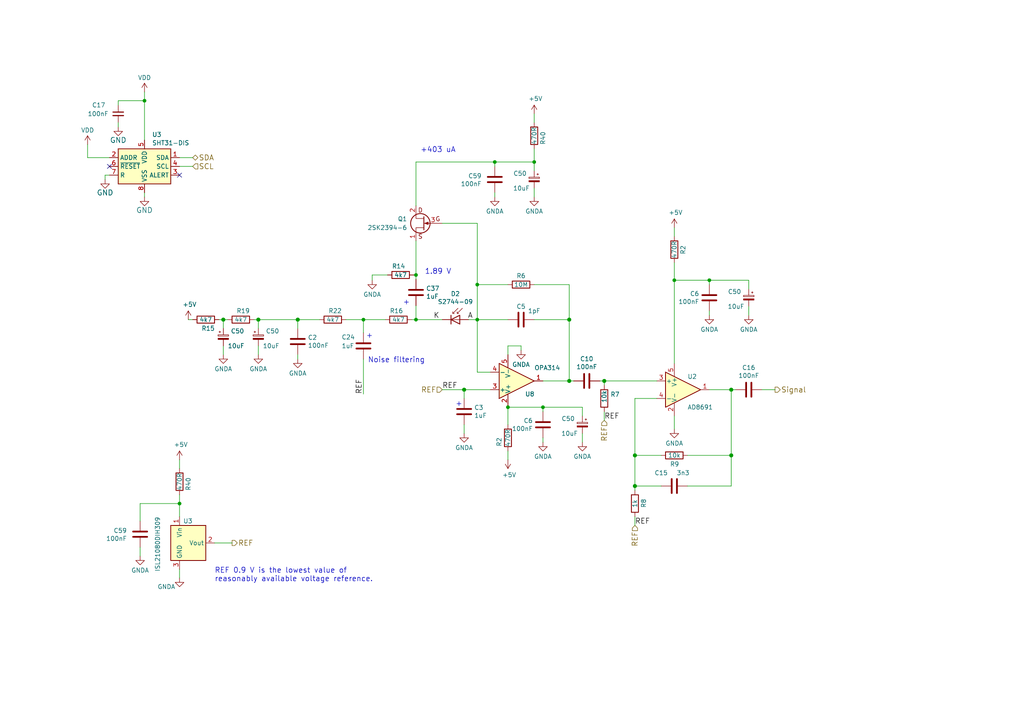
<source format=kicad_sch>
(kicad_sch (version 20230121) (generator eeschema)
  (paper "A4")
  (title_block (title "AIRDOS04A base board") (date "2023-10-23") (company "Jakub Kákona <info@ust.cz>") (comment 2 "Airborne semiconductor\\nionizing radiation detector"))
  (lib_symbols
    (symbol "Amplifier_Operational:MCP6001R" (pin_names (offset 0.127))
      (property "Reference" "U" (at 0 5.08 0))
      (property "Value" "MCP6001R" (at 0 -5.08 0))
      (symbol "MCP6001R_0_1"
        (polyline (pts (xy -5.08 5.08) (xy 5.08 0) (xy -5.08 -5.08) (xy -5.08 5.08)) (stroke (width 0.254)) (fill (type background)))
        (pin power_in line (at -2.54 7.62 270) (length 3.81) (name "V+") (number "2"))
        (pin power_in line (at -2.54 -7.62 90) (length 3.81) (name "V-") (number "5"))
      )
      (symbol "MCP6001R_1_1"
        (pin output line (at 7.62 0 180) (length 2.54) (name "~") (number "1"))
        (pin input line (at -7.62 2.54 0) (length 2.54) (name "+") (number "3"))
        (pin input line (at -7.62 -2.54 0) (length 2.54) (name "-") (number "4"))
      )
    )
    (symbol "Device:C" (pin_numbers hide) (pin_names (offset 0.254))
      (property "Reference" "C" (at 0.635 2.54 0))
      (property "Value" "C" (at 0.635 -2.54 0))
      (symbol "C_0_1"
        (polyline (pts (xy -2.032 -0.762) (xy 2.032 -0.762)) (stroke (width 0.508)))
        (polyline (pts (xy -2.032 0.762) (xy 2.032 0.762)) (stroke (width 0.508)))
      )
      (symbol "C_1_1"
        (pin passive line (at 0 3.81 270) (length 2.794) (name "~") (number "1"))
        (pin passive line (at 0 -3.81 90) (length 2.794) (name "~") (number "2"))
      )
    )
    (symbol "Device:C_Polarized_Small" (pin_numbers hide) (pin_names (offset 0.254) hide)
      (property "Reference" "C" (at 0.254 1.778 0))
      (property "Value" "C_Polarized_Small" (at 0.254 -2.032 0))
      (symbol "C_Polarized_Small_0_1"
        (rectangle (start -1.524 -0.3048) (end 1.524 -0.6858) (fill (type outline)))
        (rectangle (start -1.524 0.6858) (end 1.524 0.3048))
        (polyline (pts (xy -1.27 1.524) (xy -0.762 1.524)))
        (polyline (pts (xy -1.016 1.27) (xy -1.016 1.778)))
      )
      (symbol "C_Polarized_Small_1_1"
        (pin passive line (at 0 2.54 270) (length 1.8542) (name "~") (number "1"))
        (pin passive line (at 0 -2.54 90) (length 1.8542) (name "~") (number "2"))
      )
    )
    (symbol "Device:C_Small" (pin_numbers hide) (pin_names (offset 0.254) hide)
      (property "Reference" "C" (at 0.254 1.778 0))
      (property "Value" "C_Small" (at 0.254 -2.032 0))
      (symbol "C_Small_0_1"
        (polyline (pts (xy -1.524 -0.508) (xy 1.524 -0.508)) (stroke (width 0.3302)))
        (polyline (pts (xy -1.524 0.508) (xy 1.524 0.508)) (stroke (width 0.3048)))
      )
      (symbol "C_Small_1_1"
        (pin passive line (at 0 2.54 270) (length 2.032) (name "~") (number "1"))
        (pin passive line (at 0 -2.54 90) (length 2.032) (name "~") (number "2"))
      )
    )
    (symbol "Device:D_Photo" (pin_numbers hide) (pin_names hide)
      (property "Reference" "D" (at 0.508 1.778 0))
      (property "Value" "D_Photo" (at -1.016 -2.794 0))
      (symbol "D_Photo_0_1"
        (polyline (pts (xy -2.54 1.27) (xy -2.54 -1.27)) (stroke (width 0.254)))
        (polyline (pts (xy -2.032 1.778) (xy -1.524 1.778)))
        (polyline (pts (xy 0 0) (xy -2.54 0)))
        (polyline (pts (xy -0.508 3.302) (xy -2.032 1.778) (xy -2.032 2.286)))
        (polyline (pts (xy 0 -1.27) (xy 0 1.27) (xy -2.54 0) (xy 0 -1.27)) (stroke (width 0.254)))
        (polyline (pts (xy 0.762 3.302) (xy -0.762 1.778) (xy -0.762 2.286) (xy -0.762 1.778) (xy -0.254 1.778)))
      )
      (symbol "D_Photo_1_1"
        (pin passive line (at -5.08 0 0) (length 2.54) (name "K") (number "1"))
        (pin passive line (at 2.54 0 180) (length 2.54) (name "A") (number "2"))
      )
    )
    (symbol "Device:R" (pin_numbers hide) (pin_names (offset 0))
      (property "Reference" "R" (at 2.032 0 90))
      (property "Value" "R" (at 0 0 90))
      (symbol "R_0_1"
        (rectangle (start -1.016 -2.54) (end 1.016 2.54) (stroke (width 0.254)))
      )
      (symbol "R_1_1"
        (pin passive line (at 0 3.81 270) (length 1.27) (name "~") (number "1"))
        (pin passive line (at 0 -3.81 90) (length 1.27) (name "~") (number "2"))
      )
    )
    (symbol "MLAB_IO:AD8691" (pin_names (offset 0.127))
      (property "Reference" "U" (at 0 5.08 0))
      (property "Value" "AD8691" (at 0 -5.08 0))
      (symbol "AD8691_0_1"
        (polyline (pts (xy -5.08 5.08) (xy 5.08 0) (xy -5.08 -5.08) (xy -5.08 5.08)) (stroke (width 0.254)) (fill (type background)))
        (pin power_in line (at -2.54 -7.62 90) (length 3.81) (name "V-") (number "2"))
        (pin power_in line (at -2.54 7.62 270) (length 3.81) (name "V+") (number "5"))
      )
      (symbol "AD8691_1_1"
        (pin output line (at 7.62 0 180) (length 2.54) (name "~") (number "1"))
        (pin input line (at -7.62 2.54 0) (length 2.54) (name "+") (number "3"))
        (pin input line (at -7.62 -2.54 0) (length 2.54) (name "-") (number "4"))
      )
    )
    (symbol "MLAB_T:Q_NJFET_SDG" (pin_names (offset 0) hide)
      (property "Reference" "Q?" (at 5.08 1.2701 0))
      (property "Value" "Q_NJFET_SDG" (at 5.08 -1.2699 0))
      (symbol "Q_NJFET_SDG_0_0"
        (text "D" (at 1.27 3.81 0) (effects (font (size 1.27 1.27))))
        (text "G" (at -3.81 1.27 0) (effects (font (size 1.27 1.27))))
        (text "S" (at 1.27 -3.81 0) (effects (font (size 1.27 1.27))))
      )
      (symbol "Q_NJFET_SDG_0_1"
        (polyline (pts (xy 0.254 1.905) (xy 0.254 -1.905) (xy 0.254 -1.905)) (stroke (width 0.254)))
        (polyline (pts (xy 2.54 -2.54) (xy 2.54 -1.27) (xy 0.254 -1.27)))
        (polyline (pts (xy 2.54 2.54) (xy 2.54 1.397) (xy 0.254 1.397)))
        (polyline (pts (xy 0 0) (xy -1.016 0.381) (xy -1.016 -0.381) (xy 0 0)) (fill (type outline)))
        (circle (center 1.27 0) (radius 2.8194) (stroke (width 0.254)))
      )
      (symbol "Q_NJFET_SDG_1_1"
        (pin passive line (at 2.54 -5.08 90) (length 2.54) (name "S") (number "1"))
        (pin passive line (at 2.54 5.08 270) (length 2.54) (name "D") (number "2"))
        (pin input line (at -5.08 0 0) (length 5.334) (name "G") (number "3"))
      )
    )
    (symbol "Reference_Voltage:ISL21070CIH320Z-TK"
      (property "Reference" "U" (at -0.635 8.255 0))
      (property "Value" "ISL21070CIH320Z-TK" (at -1.905 6.35 0))
      (symbol "ISL21070CIH320Z-TK_0_1"
        (rectangle (start -5.08 5.08) (end 5.08 -5.08) (stroke (width 0.254)) (fill (type background)))
      )
      (symbol "ISL21070CIH320Z-TK_1_1"
        (pin power_in line (at -2.54 7.62 270) (length 2.54) (name "Vin") (number "1"))
        (pin power_out line (at 7.62 0 180) (length 2.54) (name "Vout") (number "2"))
        (pin power_in line (at -2.54 -7.62 90) (length 2.54) (name "GND") (number "3"))
      )
    )
    (symbol "Sensor_Humidity:SHT31-DIS"
      (property "Reference" "U" (at -6.35 6.35 0))
      (property "Value" "SHT31-DIS" (at 6.35 6.35 0))
      (symbol "SHT31-DIS_0_1"
        (rectangle (start -7.62 5.08) (end 7.62 -5.08) (stroke (width 0.254)) (fill (type background)))
      )
      (symbol "SHT31-DIS_1_1"
        (pin bidirectional line (at 10.16 2.54 180) (length 2.54) (name "SDA") (number "1"))
        (pin input line (at -10.16 2.54 0) (length 2.54) (name "ADDR") (number "2"))
        (pin output line (at 10.16 -2.54 180) (length 2.54) (name "ALERT") (number "3"))
        (pin input line (at 10.16 0 180) (length 2.54) (name "SCL") (number "4"))
        (pin power_in line (at 0 7.62 270) (length 2.54) (name "VDD") (number "5"))
        (pin input line (at -10.16 0 0) (length 2.54) (name "~{RESET}") (number "6"))
        (pin passive line (at -10.16 -2.54 0) (length 2.54) (name "R") (number "7"))
        (pin power_in line (at 0 -7.62 90) (length 2.54) (name "VSS") (number "8"))
        (pin passive line (at 0 -7.62 90) (length 2.54) hide (name "VSS") (number "9"))
      )
    )
    (symbol "power:+5V" (power) (pin_names (offset 0))
      (property "Value" "+5V" (at 0 3.556 0))
      (symbol "+5V_0_1"
        (polyline (pts (xy -0.762 1.27) (xy 0 2.54)))
        (polyline (pts (xy 0 0) (xy 0 2.54)))
        (polyline (pts (xy 0 2.54) (xy 0.762 1.27)))
      )
      (symbol "+5V_1_1"
        (pin power_in line (at 0 0 90) (length 0) hide (name "+5V") (number "1"))
      )
    )
    (symbol "power:GND" (power) (pin_names (offset 0))
      (property "Value" "GND" (at 0 -3.81 0))
      (symbol "GND_0_1"
        (polyline (pts (xy 0 0) (xy 0 -1.27) (xy 1.27 -1.27) (xy 0 -2.54) (xy -1.27 -1.27) (xy 0 -1.27)))
      )
      (symbol "GND_1_1"
        (pin power_in line (at 0 0 270) (length 0) hide (name "GND") (number "1"))
      )
    )
    (symbol "power:GNDA" (power) (pin_names (offset 0))
      (property "Value" "GNDA" (at 0 -3.81 0))
      (symbol "GNDA_0_1"
        (polyline (pts (xy 0 0) (xy 0 -1.27) (xy 1.27 -1.27) (xy 0 -2.54) (xy -1.27 -1.27) (xy 0 -1.27)))
      )
      (symbol "GNDA_1_1"
        (pin power_in line (at 0 0 270) (length 0) hide (name "GNDA") (number "1"))
      )
    )
    (symbol "power:VDD" (power) (pin_names (offset 0))
      (property "Value" "VDD" (at 0 3.81 0))
      (symbol "VDD_0_1"
        (polyline (pts (xy -0.762 1.27) (xy 0 2.54)))
        (polyline (pts (xy 0 0) (xy 0 2.54)))
        (polyline (pts (xy 0 2.54) (xy 0.762 1.27)))
      )
      (symbol "VDD_1_1"
        (pin power_in line (at 0 0 90) (length 0) hide (name "VDD") (number "1"))
      )
    )
  )
  (junction (at 154.94 46.99))
  (junction (at 64.77 92.71) (diameter 1.016))
  (junction (at 74.93 92.71) (diameter 1.016))
  (junction (at 134.62 113.03) (diameter 1.016))
  (junction (at 138.43 92.71))
  (junction (at 212.09 113.03) (diameter 1.016))
  (junction (at 157.48 118.11))
  (junction (at 120.65 79.756))
  (junction (at 165.1 110.49) (diameter 1.016))
  (junction (at 105.41 92.71))
  (junction (at 143.51 46.99))
  (junction (at 212.09 132.08) (diameter 1.016))
  (junction (at 147.32 118.11))
  (junction (at 184.15 132.08) (diameter 1.016))
  (junction (at 205.74 81.28))
  (junction (at 138.43 82.55))
  (junction (at 120.65 92.71))
  (junction (at 86.36 92.71) (diameter 1.016))
  (junction (at 52.07 146.05))
  (junction (at 175.26 110.49) (diameter 1.016))
  (junction (at 195.58 81.28))
  (junction (at 41.91 29.21))
  (junction (at 165.1 92.71) (diameter 1.016))
  (junction (at 184.15 140.97) (diameter 1.016))
  (no_connect (at 31.75 48.26))
  (no_connect (at 52.07 50.8))
  (wire (pts (xy 34.29 30.48) (xy 34.29 29.21)))
  (wire (pts (xy 138.43 82.55) (xy 138.43 92.71)))
  (wire (pts (xy 107.95 79.756) (xy 107.95 81.28)))
  (wire (pts (xy 154.94 43.18) (xy 154.94 46.99)))
  (wire (pts (xy 64.77 95.25) (xy 64.77 92.71)))
  (wire (pts (xy 86.36 104.14) (xy 86.36 102.87)))
  (wire (pts (xy 165.1 82.55) (xy 165.1 92.71)))
  (wire (pts (xy 220.98 113.03) (xy 224.79 113.03)))
  (wire (pts (xy 157.48 118.11) (xy 157.48 119.38)))
  (wire (pts (xy 119.38 92.71) (xy 120.65 92.71)))
  (wire (pts (xy 195.58 81.28) (xy 205.74 81.28)))
  (wire (pts (xy 154.94 82.55) (xy 165.1 82.55)))
  (wire (pts (xy 135.89 92.71) (xy 138.43 92.71)))
  (wire (pts (xy 128.27 64.77) (xy 138.43 64.77)))
  (wire (pts (xy 52.07 143.51) (xy 52.07 146.05)))
  (wire (pts (xy 212.09 140.97) (xy 212.09 132.08)))
  (wire (pts (xy 105.41 96.52) (xy 105.41 92.71)))
  (wire (pts (xy 191.77 132.08) (xy 184.15 132.08)))
  (wire (pts (xy 199.39 140.97) (xy 212.09 140.97)))
  (wire (pts (xy 128.27 113.03) (xy 134.62 113.03)))
  (wire (pts (xy 34.29 35.56) (xy 34.29 36.83)))
  (wire (pts (xy 134.62 115.57) (xy 134.62 113.03)))
  (wire (pts (xy 165.1 92.71) (xy 165.1 110.49)))
  (wire (pts (xy 184.15 132.08) (xy 184.15 140.97)))
  (wire (pts (xy 217.17 81.28) (xy 217.17 83.82)))
  (wire (pts (xy 168.91 125.73) (xy 168.91 128.27)))
  (wire (pts (xy 212.09 113.03) (xy 213.36 113.03)))
  (wire (pts (xy 86.36 92.71) (xy 92.71 92.71)))
  (wire (pts (xy 151.13 100.33) (xy 151.13 101.6)))
  (wire (pts (xy 138.43 92.71) (xy 147.32 92.71)))
  (wire (pts (xy 191.77 140.97) (xy 184.15 140.97)))
  (wire (pts (xy 184.15 140.97) (xy 184.15 142.24)))
  (wire (pts (xy 105.41 92.71) (xy 111.76 92.71)))
  (wire (pts (xy 217.17 88.9) (xy 217.17 91.44)))
  (wire (pts (xy 120.65 92.71) (xy 128.27 92.71)))
  (wire (pts (xy 184.15 115.57) (xy 190.5 115.57)))
  (wire (pts (xy 175.26 111.76) (xy 175.26 110.49)))
  (wire (pts (xy 154.94 92.71) (xy 165.1 92.71)))
  (wire (pts (xy 25.4 41.91) (xy 25.4 45.72)))
  (wire (pts (xy 107.95 79.756) (xy 112.395 79.756)))
  (wire (pts (xy 147.32 118.11) (xy 157.48 118.11)))
  (wire (pts (xy 62.23 157.48) (xy 67.31 157.48)))
  (wire (pts (xy 74.93 100.33) (xy 74.93 102.87)))
  (wire (pts (xy 74.93 92.71) (xy 86.36 92.71)))
  (wire (pts (xy 120.65 69.85) (xy 120.65 79.756)))
  (wire (pts (xy 175.26 119.38) (xy 175.26 121.92)))
  (wire (pts (xy 86.36 95.25) (xy 86.36 92.71)))
  (wire (pts (xy 143.51 57.15) (xy 143.51 55.88)))
  (wire (pts (xy 40.64 146.05) (xy 52.07 146.05)))
  (wire (pts (xy 41.91 55.88) (xy 41.91 57.15)))
  (wire (pts (xy 205.74 82.55) (xy 205.74 81.28)))
  (wire (pts (xy 147.32 82.55) (xy 138.43 82.55)))
  (wire (pts (xy 143.51 48.26) (xy 143.51 46.99)))
  (wire (pts (xy 74.93 95.25) (xy 74.93 92.71)))
  (wire (pts (xy 54.61 92.71) (xy 55.88 92.71)))
  (wire (pts (xy 120.65 79.756) (xy 120.65 81.026)))
  (wire (pts (xy 138.43 64.77) (xy 138.43 82.55)))
  (wire (pts (xy 147.32 123.19) (xy 147.32 118.11)))
  (wire (pts (xy 31.75 50.8) (xy 30.48 50.8)))
  (wire (pts (xy 134.62 125.73) (xy 134.62 123.19)))
  (wire (pts (xy 195.58 81.28) (xy 195.58 105.41)))
  (wire (pts (xy 157.48 110.49) (xy 165.1 110.49)))
  (wire (pts (xy 64.77 100.33) (xy 64.77 102.87)))
  (wire (pts (xy 52.07 45.72) (xy 55.88 45.72)))
  (wire (pts (xy 212.09 132.08) (xy 199.39 132.08)))
  (wire (pts (xy 205.74 91.44) (xy 205.74 90.17)))
  (wire (pts (xy 52.07 146.05) (xy 52.07 149.86)))
  (wire (pts (xy 120.015 79.756) (xy 120.65 79.756)))
  (wire (pts (xy 40.64 151.13) (xy 40.64 146.05)))
  (wire (pts (xy 195.58 66.04) (xy 195.58 68.58)))
  (wire (pts (xy 52.07 48.26) (xy 55.88 48.26)))
  (wire (pts (xy 100.33 92.71) (xy 105.41 92.71)))
  (wire (pts (xy 40.64 158.75) (xy 40.64 161.29)))
  (wire (pts (xy 195.58 120.65) (xy 195.58 124.46)))
  (wire (pts (xy 143.51 46.99) (xy 154.94 46.99)))
  (wire (pts (xy 154.94 33.02) (xy 154.94 35.56)))
  (wire (pts (xy 73.66 92.71) (xy 74.93 92.71)))
  (wire (pts (xy 168.91 118.11) (xy 168.91 120.65)))
  (wire (pts (xy 168.91 118.11) (xy 157.48 118.11)))
  (wire (pts (xy 157.48 128.27) (xy 157.48 127)))
  (wire (pts (xy 217.17 81.28) (xy 205.74 81.28)))
  (wire (pts (xy 147.32 100.33) (xy 151.13 100.33)))
  (wire (pts (xy 41.91 29.21) (xy 41.91 40.64)))
  (wire (pts (xy 147.32 133.35) (xy 147.32 130.81)))
  (wire (pts (xy 165.1 110.49) (xy 166.37 110.49)))
  (wire (pts (xy 120.65 46.99) (xy 143.51 46.99)))
  (wire (pts (xy 138.43 92.71) (xy 138.43 107.95)))
  (wire (pts (xy 205.74 113.03) (xy 212.09 113.03)))
  (wire (pts (xy 52.07 133.35) (xy 52.07 135.89)))
  (wire (pts (xy 154.94 46.99) (xy 154.94 49.53)))
  (wire (pts (xy 184.15 149.86) (xy 184.15 152.4)))
  (wire (pts (xy 154.94 54.61) (xy 154.94 57.15)))
  (wire (pts (xy 175.26 110.49) (xy 190.5 110.49)))
  (wire (pts (xy 34.29 29.21) (xy 41.91 29.21)))
  (wire (pts (xy 105.41 104.14) (xy 105.41 114.3)))
  (wire (pts (xy 25.4 45.72) (xy 31.75 45.72)))
  (wire (pts (xy 134.62 113.03) (xy 142.24 113.03)))
  (wire (pts (xy 184.15 115.57) (xy 184.15 132.08)))
  (wire (pts (xy 195.58 76.2) (xy 195.58 81.28)))
  (wire (pts (xy 173.99 110.49) (xy 175.26 110.49)))
  (wire (pts (xy 147.32 102.87) (xy 147.32 100.33)))
  (wire (pts (xy 41.91 26.67) (xy 41.91 29.21)))
  (wire (pts (xy 30.48 50.8) (xy 30.48 52.07)))
  (wire (pts (xy 138.43 107.95) (xy 142.24 107.95)))
  (wire (pts (xy 52.07 165.1) (xy 52.07 167.64)))
  (wire (pts (xy 120.65 88.646) (xy 120.65 92.71)))
  (wire (pts (xy 63.5 92.71) (xy 64.77 92.71)))
  (wire (pts (xy 64.77 92.71) (xy 66.04 92.71)))
  (wire (pts (xy 120.65 46.99) (xy 120.65 59.69)))
  (wire (pts (xy 212.09 113.03) (xy 212.09 132.08)))
  (text "1.89 V" (at 123.19 79.756 0) (effects (font (size 1.524 1.524)) (justify left bottom)))
  (text "Noise filtering" (at 106.68 105.41 0) (effects (font (size 1.524 1.524)) (justify left bottom)))
  (text "REF 0.9 V is the lowest value of\nreasonably available voltage reference." (at 62.23 168.91 0) (effects (font (size 1.524 1.524)) (justify left bottom)))
  (text "+403 uA" (at 121.92 44.45 0) (effects (font (size 1.524 1.524)) (justify left bottom)))
  (text "+" (at 132.08 118.11 0) (effects (font (size 1.524 1.524)) (justify left bottom)))
  (text "+" (at 116.84 88.646 0) (effects (font (size 1.524 1.524)) (justify left bottom)))
  (text "+" (at 107.95 96.52 90) (effects (font (size 1.524 1.524)) (justify right bottom)))
  (label "REF" (at 175.26 121.92 0) (effects (font (size 1.524 1.524))))
  (label "A" (at 137.16 92.71 180) (effects (font (size 1.524 1.524))))
  (label "REF" (at 128.27 113.03 0) (effects (font (size 1.524 1.524))))
  (label "REF" (at 105.41 114.3 90) (effects (font (size 1.524 1.524))))
  (label "K" (at 125.73 92.71 0) (effects (font (size 1.524 1.524))))
  (label "REF" (at 184.15 152.4 0) (effects (font (size 1.524 1.524))))
  (hierarchical_label "SCL" (shape input) (at 55.88 48.26 0) (effects (font (size 1.524 1.524))))
  (hierarchical_label "REF" (shape input) (at 175.26 121.92 270) (effects (font (size 1.524 1.524))))
  (hierarchical_label "REF" (shape input) (at 184.15 152.4 270) (effects (font (size 1.524 1.524))))
  (hierarchical_label "REF" (shape output) (at 67.31 157.48 0) (effects (font (size 1.524 1.524))))
  (hierarchical_label "SDA" (shape bidirectional) (at 55.88 45.72 0) (effects (font (size 1.524 1.524))))
  (hierarchical_label "REF" (shape input) (at 128.27 113.03 180) (effects (font (size 1.524 1.524))))
  (hierarchical_label "Signal" (shape output) (at 224.79 113.03 0) (effects (font (size 1.524 1.524))))
  (symbol (lib_id "power:+5V") (at 54.61 92.71 0) (unit 1)
    (property "Reference" "#PWR0103" (effects hide))
    (property "Value" "+5V" (at 54.991 88.3158 0))
    (instances (project "USTSIPIN02" (path "" (reference "#PWR0103") (unit 1))) (project "PIND02" (path "" (reference "#PWR07") (unit 1))) (project "AIRDOS04_sensor" (path "" (reference "#PWR044") (unit 1))))
  )
  (symbol (lib_id "MLAB_T:Q_NJFET_SDG") (at 123.19 64.77 0) (mirror y) (unit 1)
    (property "Reference" "Q1" (at 118.11 63.4998 0) (effects (justify left)))
    (property "Value" "2SK2394-6" (at 118.11 66.0398 0) (effects (justify left)))
    (property "Footprint" "Package_TO_SOT_SMD:SOT-23" (effects hide))
    (property "UST_ID" "628d134fdc56076e9a223625" (effects hide))
  )
  (symbol (lib_id "power:GNDA") (at 168.91 128.27 0) (unit 1)
    (property "Reference" "#PWR06" (effects hide))
    (property "Value" "GNDA" (at 168.91 132.4031 0))
    (instances (project "PIND02" (path "" (reference "#PWR06") (unit 1))) (project "AIRDOS04_sensor" (path "" (reference "#PWR052") (unit 1))))
  )
  (symbol (lib_id "Device:D_Photo") (at 133.35 92.71 0) (unit 1)
    (property "Reference" "D2" (at 132.08 85.217 0))
    (property "Value" "S2744-09" (at 132.08 87.5284 0))
    (property "Footprint" "Mlab_D:HAMAMATSU_S2744-09" (effects hide))
    (property "Datasheet" "https://www.hamamatsu.com/content/dam/hamamatsu-photonics/sites/documents/99_SALES_LIBRARY/ssd/s2744-08_etc_kpin1049e.pdf" (effects hide))
    (property "UST_ID" "628d118cdc56076e9a2235e4" (effects hide))
    (instances (project "USTSIPIN02" (path "" (reference "D2") (unit 1))) (project "PIND02" (path "" (reference "D2") (unit 1))) (project "AIRDOS04_sensor" (path "" (reference "D1") (unit 1))))
  )
  (symbol (lib_id "Device:R") (at 195.58 132.08 270) (unit 1)
    (property "Reference" "R9" (at 194.31 134.62 90) (effects (justify left)))
    (property "Value" "10k" (at 195.58 132.08 90))
    (property "Footprint" "Resistor_SMD:R_0805_2012Metric" (effects hide))
    (instances (project "USTSIPIN02" (path "" (reference "R9") (unit 1))) (project "PIND02" (path "" (reference "R10") (unit 1))) (project "AIRDOS04_sensor" (path "" (reference "R20") (unit 1))))
  )
  (symbol (lib_id "power:VDD") (at 25.4 41.91 0) (unit 1)
    (property "Reference" "#PWR021" (effects hide))
    (property "Value" "VDD" (at 25.4 37.7769 0))
    (instances (project "PIND02" (path "" (reference "#PWR021") (unit 1))) (project "AIRDOS04_sensor" (path "" (reference "#PWR035") (unit 1))))
  )
  (symbol (lib_id "Device:R") (at 59.69 92.71 270) (unit 1)
    (property "Reference" "R15" (at 58.42 95.25 90) (effects (justify left)))
    (property "Value" "4k7" (at 59.69 92.71 90))
    (property "Footprint" "Resistor_SMD:R_0805_2012Metric" (effects hide))
    (property "UST_ID" "5c70984612875079b91f8995" (effects hide))
    (instances (project "USTSIPIN02" (path "" (reference "R15") (unit 1))) (project "PIND02" (path "" (reference "R5") (unit 1))) (project "AIRDOS04_sensor" (path "" (reference "R14") (unit 1))))
  )
  (symbol (lib_id "Device:R") (at 116.205 79.756 270) (unit 1)
    (property "Reference" "R14" (at 113.665 77.216 90) (effects (justify left)))
    (property "Value" "4k7" (at 116.205 79.756 90))
    (property "Footprint" "Resistor_SMD:R_0805_2012Metric" (effects hide))
    (property "UST_ID" "5c70984612875079b91f8995" (effects hide))
    (instances (project "USTSIPIN02" (path "" (reference "R14") (unit 1))) (project "PIND02" (path "" (reference "R3") (unit 1))) (project "AIRDOS04_sensor" (path "" (reference "R12") (unit 1))))
  )
  (symbol (lib_id "power:GNDA") (at 205.74 91.44 0) (unit 1)
    (property "Reference" "#PWR05" (effects hide))
    (property "Value" "GNDA" (at 205.74 95.5731 0))
    (instances (project "PIND02" (path "" (reference "#PWR05") (unit 1))) (project "AIRDOS04_sensor" (path "" (reference "#PWR042") (unit 1))))
  )
  (symbol (lib_id "Device:C") (at 105.41 100.33 0) (unit 1)
    (property "Reference" "C24" (at 99.06 97.79 0) (effects (justify left)))
    (property "Value" "1uF" (at 99.06 100.33 0) (effects (justify left)))
    (property "Footprint" "Capacitor_SMD:C_1210_3225Metric" (effects hide))
    (property "UST_ID" "65082f52462c6d9e72054238" (effects hide))
    (instances (project "USTSIPIN02" (path "" (reference "C24") (unit 1))) (project "PIND02" (path "" (reference "C12") (unit 1))) (project "AIRDOS04_sensor" (path "" (reference "C29") (unit 1))))
  )
  (symbol (lib_id "Device:C_Polarized_Small") (at 168.91 123.19 0) (mirror y) (unit 1)
    (property "Reference" "C50" (at 166.751 121.4318 0) (effects (justify left)))
    (property "Value" "10uF" (at 167.64 125.73 0) (effects (justify left)))
    (property "Footprint" "Capacitor_Tantalum_SMD:CP_EIA-3216-18_Kemet-A" (effects hide))
    (property "Datasheet" "https://eu.mouser.com/datasheet/2/40/TAJ-3165264.pdf" (effects hide))
    (property "UST_ID" "65089dd0462c6d9e720542b3" (effects hide))
    (instances (project "USTSIPIN02" (path "" (reference "C50") (unit 1)) (path "" (reference "C53") (unit 1))) (project "PIND02" (path "" (reference "C7") (unit 1))) (project "AIRDOS04_sensor" (path "" (reference "C34") (unit 1))))
  )
  (symbol (lib_id "Device:R") (at 151.13 82.55 270) (unit 1)
    (property "Reference" "R6" (at 151.13 80.01 90))
    (property "Value" "10M" (at 151.13 82.55 90))
    (property "Footprint" "Resistor_SMD:R_0805_2012Metric" (effects hide))
    (property "UST_ID" "5c70984712875079b91f8aae" (effects hide))
    (instances (project "USTSIPIN02" (path "" (reference "R6") (unit 1))) (project "PIND02" (path "" (reference "R4") (unit 1))) (project "AIRDOS04_sensor" (path "" (reference "R13") (unit 1))))
  )
  (symbol (lib_id "Device:C") (at 40.64 154.94 0) (mirror y) (unit 1)
    (property "Reference" "C59" (at 36.83 153.8986 0) (effects (justify left)))
    (property "Value" "100nF" (at 36.83 156.21 0) (effects (justify left)))
    (property "Footprint" "Capacitor_SMD:C_0805_2012Metric" (effects hide))
    (property "UST_ID" "5c70984812875079b91f8bf2" (effects hide))
    (instances (project "USTSIPIN02" (path "" (reference "C59") (unit 1))) (project "PIND02" (path "" (reference "C18") (unit 1))) (project "AIRDOS04_sensor" (path "" (reference "C22") (unit 1)) (path "" (reference "C25") (unit 1)) (path "" (reference "C36") (unit 1))))
  )
  (symbol (lib_id "Device:C") (at 143.51 52.07 0) (mirror y) (unit 1)
    (property "Reference" "C59" (at 139.7 51.0286 0) (effects (justify left)))
    (property "Value" "100nF" (at 139.7 53.34 0) (effects (justify left)))
    (property "Footprint" "Capacitor_SMD:C_0805_2012Metric" (effects hide))
    (property "UST_ID" "6508260b462c6d9e720541f1" (effects hide))
    (instances (project "USTSIPIN02" (path "" (reference "C59") (unit 1))) (project "PIND02" (path "" (reference "C3") (unit 1))) (project "AIRDOS04_sensor" (path "" (reference "C20") (unit 1))))
  )
  (symbol (lib_id "Device:C") (at 217.17 113.03 270) (unit 1)
    (property "Reference" "C16" (at 217.17 106.6292 90))
    (property "Value" "100nF" (at 217.17 108.9406 90))
    (property "Footprint" "Capacitor_SMD:C_0805_2012Metric" (effects hide))
    (property "UST_ID" "6508260b462c6d9e720541f1" (effects hide))
    (instances (project "USTSIPIN02" (path "" (reference "C16") (unit 1))) (project "PIND02" (path "" (reference "C14") (unit 1))) (project "AIRDOS04_sensor" (path "" (reference "C31") (unit 1))))
  )
  (symbol (lib_id "Device:R") (at 195.58 72.39 0) (mirror x) (unit 1)
    (property "Reference" "R2" (at 198.12 71.12 90) (effects (justify left)))
    (property "Value" "470R" (at 195.58 72.39 90))
    (property "Footprint" "Resistor_SMD:R_0805_2012Metric" (effects hide))
    (property "UST_ID" "5c70984512875079b91f8986" (effects hide))
    (instances (project "USTSIPIN02" (path "" (reference "R2") (unit 1))) (project "PIND02" (path "" (reference "R2") (unit 1))) (project "AIRDOS04_sensor" (path "" (reference "R11") (unit 1))))
  )
  (symbol (lib_id "Device:C") (at 120.65 84.836 0) (unit 1)
    (property "Reference" "C37" (at 123.571 83.6676 0) (effects (justify left)))
    (property "Value" "1uF" (at 123.571 85.979 0) (effects (justify left)))
    (property "Footprint" "Capacitor_SMD:C_1210_3225Metric" (effects hide))
    (property "UST_ID" "65082f52462c6d9e72054238" (effects hide))
    (instances (project "USTSIPIN02" (path "" (reference "C37") (unit 1))) (project "PIND02" (path "" (reference "C5") (unit 1))) (project "AIRDOS04_sensor" (path "" (reference "C22") (unit 1))))
  )
  (symbol (lib_id "Device:R") (at 175.26 115.57 180) (unit 1)
    (property "Reference" "R7" (at 177.038 114.4016 0) (effects (justify right)))
    (property "Value" "10k" (at 175.26 116.84 90) (effects (justify right)))
    (property "Footprint" "Resistor_SMD:R_0805_2012Metric" (effects hide))
    (property "UST_ID" "5c70984612875079b91f899f" (effects hide))
    (instances (project "USTSIPIN02" (path "" (reference "R7") (unit 1))) (project "PIND02" (path "" (reference "R9") (unit 1))) (project "AIRDOS04_sensor" (path "" (reference "R18") (unit 1))))
  )
  (symbol (lib_id "power:+5V") (at 154.94 33.02 0) (unit 1)
    (property "Reference" "#PWR0152" (effects hide))
    (property "Value" "+5V" (at 155.321 28.6258 0))
    (instances (project "USTSIPIN02" (path "" (reference "#PWR0152") (unit 1))) (project "PIND02" (path "" (reference "#PWR028") (unit 1))) (project "AIRDOS04_sensor" (path "" (reference "#PWR033") (unit 1)) (path "" (reference "#PWR067") (unit 1))))
  )
  (symbol (lib_id "Device:C_Polarized_Small") (at 64.77 97.79 0) (unit 1)
    (property "Reference" "C50" (at 66.929 96.0318 0) (effects (justify left)))
    (property "Value" "10uF" (at 66.04 100.33 0) (effects (justify left)))
    (property "Footprint" "Capacitor_Tantalum_SMD:CP_EIA-3216-18_Kemet-A" (effects hide))
    (property "Datasheet" "https://eu.mouser.com/datasheet/2/40/TAJ-3165264.pdf" (effects hide))
    (property "UST_ID" "65089dd0462c6d9e720542b3" (effects hide))
    (instances (project "USTSIPIN02" (path "" (reference "C50") (unit 1)) (path "" (reference "C21") (unit 1))) (project "PIND02" (path "" (reference "C9") (unit 1))) (project "AIRDOS04_sensor" (path "" (reference "C26") (unit 1))))
  )
  (symbol (lib_id "Device:R") (at 96.52 92.71 270) (mirror x) (unit 1)
    (property "Reference" "R22" (at 95.25 90.17 90) (effects (justify left)))
    (property "Value" "4k7" (at 96.52 92.71 90))
    (property "Footprint" "Resistor_SMD:R_0805_2012Metric" (effects hide))
    (property "UST_ID" "5c70984612875079b91f8995" (effects hide))
    (instances (project "USTSIPIN02" (path "" (reference "R22") (unit 1))) (project "PIND02" (path "" (reference "R7") (unit 1))) (project "AIRDOS04_sensor" (path "" (reference "R16") (unit 1))))
  )
  (symbol (lib_id "Device:R") (at 154.94 39.37 0) (mirror x) (unit 1)
    (property "Reference" "R40" (at 157.48 38.1 90) (effects (justify left)))
    (property "Value" "470R" (at 154.94 39.37 90))
    (property "Footprint" "Resistor_SMD:R_0805_2012Metric" (effects hide))
    (property "UST_ID" "5c70984512875079b91f8986" (effects hide))
    (instances (project "USTSIPIN02" (path "" (reference "R40") (unit 1))) (project "PIND02" (path "" (reference "R1") (unit 1))) (project "AIRDOS04_sensor" (path "" (reference "R10") (unit 1))))
  )
  (symbol (lib_id "Device:C_Polarized_Small") (at 74.93 97.79 0) (unit 1)
    (property "Reference" "C50" (at 77.089 96.0318 0) (effects (justify left)))
    (property "Value" "10uF" (at 76.2 100.33 0) (effects (justify left)))
    (property "Footprint" "Capacitor_Tantalum_SMD:CP_EIA-3216-18_Kemet-A" (effects hide))
    (property "Datasheet" "https://eu.mouser.com/datasheet/2/40/TAJ-3165264.pdf" (effects hide))
    (property "UST_ID" "65089dd0462c6d9e720542b3" (effects hide))
    (instances (project "USTSIPIN02" (path "" (reference "C50") (unit 1)) (path "" (reference "C23") (unit 1))) (project "PIND02" (path "" (reference "C10") (unit 1))) (project "AIRDOS04_sensor" (path "" (reference "C27") (unit 1))))
  )
  (symbol (lib_id "power:GNDA") (at 157.48 128.27 0) (unit 1)
    (property "Reference" "#PWR05" (effects hide))
    (property "Value" "GNDA" (at 157.48 132.4031 0))
    (instances (project "PIND02" (path "" (reference "#PWR05") (unit 1))) (project "AIRDOS04_sensor" (path "" (reference "#PWR051") (unit 1))))
  )
  (symbol (lib_id "power:GNDA") (at 217.17 91.44 0) (unit 1)
    (property "Reference" "#PWR06" (effects hide))
    (property "Value" "GNDA" (at 217.17 95.5731 0))
    (instances (project "PIND02" (path "" (reference "#PWR06") (unit 1))) (project "AIRDOS04_sensor" (path "" (reference "#PWR043") (unit 1))))
  )
  (symbol (lib_id "MLAB_IO:AD8691") (at 198.12 113.03 0) (unit 1)
    (property "Reference" "U2" (at 199.39 109.22 0) (effects (justify left)))
    (property "Value" "AD8691" (at 199.39 118.11 0) (effects (justify left)))
    (property "Footprint" "Package_TO_SOT_SMD:TSOT-23-5_HandSoldering" (effects hide))
    (property "Datasheet" "https://www.analog.com/media/en/technical-documentation/data-sheets/AD8691_8692_8694.pdf" (effects hide))
    (property "UST_ID" "5d47c084128750448e6b4671" (effects hide))
    (instances (project "AIRDOS04_sensor" (path "" (reference "U2") (unit 1)) (path "" (reference "U1") (unit 1)) (path "" (reference "U9") (unit 1))))
  )
  (symbol (lib_id "power:+5V") (at 147.32 133.35 0) (mirror x) (unit 1)
    (property "Reference" "#PWR0152" (effects hide))
    (property "Value" "+5V" (at 147.701 137.7442 0))
    (instances (project "USTSIPIN02" (path "" (reference "#PWR0152") (unit 1))) (project "PIND02" (path "" (reference "#PWR028") (unit 1))) (project "AIRDOS04_sensor" (path "" (reference "#PWR054") (unit 1)) (path "" (reference "#PWR067") (unit 1))))
  )
  (symbol (lib_id "Device:R") (at 52.07 139.7 0) (mirror x) (unit 1)
    (property "Reference" "R40" (at 54.61 138.43 90) (effects (justify left)))
    (property "Value" "470R" (at 52.07 139.7 90))
    (property "Footprint" "Resistor_SMD:R_0805_2012Metric" (effects hide))
    (property "UST_ID" "5c70984512875079b91f8986" (effects hide))
    (instances (project "USTSIPIN02" (path "" (reference "R40") (unit 1))) (project "PIND02" (path "" (reference "R1") (unit 1))) (project "AIRDOS04_sensor" (path "" (reference "R21") (unit 1))))
  )
  (symbol (lib_id "power:GNDA") (at 154.94 57.15 0) (unit 1)
    (property "Reference" "#PWR02" (effects hide))
    (property "Value" "GNDA" (at 154.94 61.2831 0))
    (instances (project "PIND02" (path "" (reference "#PWR02") (unit 1))) (project "AIRDOS04_sensor" (path "" (reference "#PWR039") (unit 1))))
  )
  (symbol (lib_id "power:GNDA") (at 64.77 102.87 0) (unit 1)
    (property "Reference" "#PWR057" (effects hide))
    (property "Value" "GNDA" (at 64.77 107.0031 0))
    (instances (project "USTSIPIN02" (path "" (reference "#PWR057") (unit 1)) (path "" (reference "#PWR060") (unit 1)) (path "" (reference "#PWR061") (unit 1))) (project "PIND02" (path "" (reference "#PWR039") (unit 1))) (project "AIRDOS04_sensor" (path "" (reference "#PWR046") (unit 1))))
  )
  (symbol (lib_id "Device:C") (at 86.36 99.06 0) (unit 1)
    (property "Reference" "C2" (at 89.281 97.8916 0) (effects (justify left)))
    (property "Value" "100nF" (at 89.281 100.203 0) (effects (justify left)))
    (property "Footprint" "Capacitor_SMD:C_0805_2012Metric" (effects hide))
    (property "UST_ID" "6508260b462c6d9e720541f1" (effects hide))
    (instances (project "USTSIPIN02" (path "" (reference "C2") (unit 1))) (project "PIND02" (path "" (reference "C11") (unit 1))) (project "AIRDOS04_sensor" (path "" (reference "C28") (unit 1))))
  )
  (symbol (lib_id "power:GNDA") (at 134.62 125.73 0) (unit 1)
    (property "Reference" "#PWR012" (effects hide))
    (property "Value" "GNDA" (at 134.62 129.8631 0))
    (instances (project "PIND02" (path "" (reference "#PWR012") (unit 1))) (project "AIRDOS04_sensor" (path "" (reference "#PWR050") (unit 1))))
  )
  (symbol (lib_id "Amplifier_Operational:MCP6001R") (at 149.86 110.49 0) (mirror x) (unit 1)
    (property "Reference" "U8" (at 153.67 114.3 0))
    (property "Value" "OPA314" (at 158.75 106.68 0))
    (property "Footprint" "Package_TO_SOT_SMD:SOT-23-5" (effects hide))
    (property "Datasheet" "https://www.ti.com/lit/ds/symlink/opa314.pdf" (effects hide))
    (property "UST_ID" "5c70984412875079b91f879a" (effects hide))
  )
  (symbol (lib_id "Reference_Voltage:ISL21070CIH320Z-TK") (at 54.61 157.48 0) (unit 1)
    (property "Reference" "U3" (at 55.88 151.13 0) (effects (justify right)))
    (property "Value" "ISL21080DIH309" (at 45.72 149.86 90) (effects (justify right)))
    (property "Footprint" "Package_TO_SOT_SMD:SOT-23" (effects hide))
    (property "Datasheet" "http://www.intersil.com/content/dam/Intersil/documents/fn75/fn7599.pdf" (effects hide))
    (property "UST_ID" "5c70984712875079b91f8b0b" (effects hide))
    (instances (project "USTSIPIN02" (path "" (reference "U3") (unit 1))) (project "AIRDOS04_sensor" (path "" (reference "U4") (unit 1)) (path "" (reference "U6") (unit 1)) (path "" (reference "U10") (unit 1))))
  )
  (symbol (lib_id "Device:R") (at 115.57 92.71 270) (unit 1)
    (property "Reference" "R16" (at 113.03 90.17 90) (effects (justify left)))
    (property "Value" "4k7" (at 115.57 92.71 90))
    (property "Footprint" "Resistor_SMD:R_0805_2012Metric" (effects hide))
    (property "UST_ID" "5c70984612875079b91f8995" (effects hide))
    (instances (project "USTSIPIN02" (path "" (reference "R16") (unit 1))) (project "PIND02" (path "" (reference "R8") (unit 1))) (project "AIRDOS04_sensor" (path "" (reference "R17") (unit 1))))
  )
  (symbol (lib_id "power:GNDA") (at 107.95 81.28 0) (unit 1)
    (property "Reference" "#PWR04" (effects hide))
    (property "Value" "GNDA" (at 107.95 85.4131 0))
    (instances (project "PIND02" (path "" (reference "#PWR04") (unit 1))) (project "AIRDOS04_sensor" (path "" (reference "#PWR041") (unit 1))))
  )
  (symbol (lib_id "power:GNDA") (at 143.51 57.15 0) (unit 1)
    (property "Reference" "#PWR01" (effects hide))
    (property "Value" "GNDA" (at 143.51 61.2831 0))
    (instances (project "PIND02" (path "" (reference "#PWR01") (unit 1))) (project "AIRDOS04_sensor" (path "" (reference "#PWR038") (unit 1))))
  )
  (symbol (lib_id "Device:C") (at 151.13 92.71 270) (unit 1)
    (property "Reference" "C5" (at 151.13 88.9 90))
    (property "Value" "1pF" (at 154.94 90.17 90))
    (property "Footprint" "Capacitor_SMD:C_0805_2012Metric" (effects hide))
    (property "UST_ID" "5c70984712875079b91f8b9f" (effects hide))
    (instances (project "USTSIPIN02" (path "" (reference "C5") (unit 1))) (project "PIND02" (path "" (reference "C8") (unit 1))) (project "AIRDOS04_sensor" (path "" (reference "C25") (unit 1))))
  )
  (symbol (lib_id "Device:R") (at 69.85 92.71 270) (mirror x) (unit 1)
    (property "Reference" "R19" (at 68.58 90.17 90) (effects (justify left)))
    (property "Value" "4k7" (at 69.85 92.71 90))
    (property "Footprint" "Resistor_SMD:R_0805_2012Metric" (effects hide))
    (property "UST_ID" "5c70984612875079b91f8995" (effects hide))
    (instances (project "USTSIPIN02" (path "" (reference "R19") (unit 1))) (project "PIND02" (path "" (reference "R6") (unit 1))) (project "AIRDOS04_sensor" (path "" (reference "R15") (unit 1))))
  )
  (symbol (lib_id "power:VDD") (at 41.91 26.67 0) (unit 1)
    (property "Reference" "#PWR021" (effects hide))
    (property "Value" "VDD" (at 41.91 22.5369 0))
    (instances (project "PIND02" (path "" (reference "#PWR021") (unit 1))) (project "AIRDOS04_sensor" (path "" (reference "#PWR032") (unit 1))))
  )
  (symbol (lib_id "Device:C") (at 157.48 123.19 0) (mirror y) (unit 1)
    (property "Reference" "C6" (at 154.559 122.0216 0) (effects (justify left)))
    (property "Value" "100nF" (at 154.559 124.333 0) (effects (justify left)))
    (property "Footprint" "Capacitor_SMD:C_0805_2012Metric" (effects hide))
    (property "UST_ID" "6508260b462c6d9e720541f1" (effects hide))
    (instances (project "USTSIPIN02" (path "" (reference "C6") (unit 1))) (project "PIND02" (path "" (reference "C6") (unit 1))) (project "AIRDOS04_sensor" (path "" (reference "C33") (unit 1))))
  )
  (symbol (lib_id "Device:R") (at 184.15 146.05 0) (unit 1)
    (property "Reference" "R8" (at 186.69 147.32 90) (effects (justify left)))
    (property "Value" "1k" (at 184.15 146.05 90))
    (property "Footprint" "Resistor_SMD:R_0805_2012Metric" (effects hide))
    (property "UST_ID" "5c70984512875079b91f898c" (effects hide))
    (instances (project "USTSIPIN02" (path "" (reference "R8") (unit 1))) (project "PIND02" (path "" (reference "R11") (unit 1))) (project "AIRDOS04_sensor" (path "" (reference "R22") (unit 1))))
  )
  (symbol (lib_id "power:GNDA") (at 195.58 124.46 0) (unit 1)
    (property "Reference" "#PWR011" (effects hide))
    (property "Value" "GNDA" (at 195.58 128.5931 0))
    (instances (project "PIND02" (path "" (reference "#PWR011") (unit 1))) (project "AIRDOS04_sensor" (path "" (reference "#PWR049") (unit 1))))
  )
  (symbol (lib_id "power:+5V") (at 195.58 66.04 0) (unit 1)
    (property "Reference" "#PWR0152" (effects hide))
    (property "Value" "+5V" (at 195.961 61.6458 0))
    (instances (project "USTSIPIN02" (path "" (reference "#PWR0152") (unit 1))) (project "PIND02" (path "" (reference "#PWR028") (unit 1))) (project "AIRDOS04_sensor" (path "" (reference "#PWR040") (unit 1)) (path "" (reference "#PWR067") (unit 1))))
  )
  (symbol (lib_id "Device:C") (at 170.18 110.49 270) (unit 1)
    (property "Reference" "C10" (at 170.18 104.0892 90))
    (property "Value" "100nF" (at 170.18 106.4006 90))
    (property "Footprint" "Capacitor_SMD:C_0805_2012Metric" (effects hide))
    (property "UST_ID" "6508260b462c6d9e720541f1" (effects hide))
    (instances (project "USTSIPIN02" (path "" (reference "C10") (unit 1))) (project "PIND02" (path "" (reference "C13") (unit 1))) (project "AIRDOS04_sensor" (path "" (reference "C30") (unit 1))))
  )
  (symbol (lib_id "Device:C") (at 195.58 140.97 270) (unit 1)
    (property "Reference" "C15" (at 191.77 137.16 90))
    (property "Value" "3n3" (at 198.12 137.16 90))
    (property "Footprint" "Capacitor_SMD:C_0805_2012Metric" (effects hide))
    (property "UST_ID" "651abc26462c6d9e720551fa" (effects hide))
    (instances (project "USTSIPIN02" (path "" (reference "C15") (unit 1))) (project "PIND02" (path "" (reference "C16") (unit 1))) (project "AIRDOS04_sensor" (path "" (reference "C35") (unit 1))))
  )
  (symbol (lib_id "Device:C") (at 205.74 86.36 0) (mirror y) (unit 1)
    (property "Reference" "C6" (at 202.819 85.1916 0) (effects (justify left)))
    (property "Value" "100nF" (at 202.819 87.503 0) (effects (justify left)))
    (property "Footprint" "Capacitor_SMD:C_0805_2012Metric" (effects hide))
    (property "UST_ID" "6508260b462c6d9e720541f1" (effects hide))
    (instances (project "USTSIPIN02" (path "" (reference "C6") (unit 1))) (project "PIND02" (path "" (reference "C6") (unit 1))) (project "AIRDOS04_sensor" (path "" (reference "C23") (unit 1))))
  )
  (symbol (lib_id "power:GND") (at 34.29 36.83 0) (unit 1)
    (property "Reference" "#PWR019" (effects hide))
    (property "Value" "GND" (at 34.29 40.64 0) (effects (font (size 1.524 1.524))))
    (instances (project "PIND02" (path "" (reference "#PWR019") (unit 1))) (project "AIRDOS04_sensor" (path "" (reference "#PWR034") (unit 1))))
  )
  (symbol (lib_id "Device:R") (at 147.32 127 0) (unit 1)
    (property "Reference" "R2" (at 144.78 129.54 90) (effects (justify left)))
    (property "Value" "470R" (at 147.32 127 90))
    (property "Footprint" "Resistor_SMD:R_0805_2012Metric" (effects hide))
    (property "UST_ID" "5c70984512875079b91f8986" (effects hide))
    (instances (project "USTSIPIN02" (path "" (reference "R2") (unit 1))) (project "PIND02" (path "" (reference "R2") (unit 1))) (project "AIRDOS04_sensor" (path "" (reference "R19") (unit 1))))
  )
  (symbol (lib_id "power:GND") (at 30.48 52.07 0) (unit 1)
    (property "Reference" "#PWR022" (effects hide))
    (property "Value" "GND" (at 30.48 55.88 0) (effects (font (size 1.524 1.524))))
    (instances (project "PIND02" (path "" (reference "#PWR022") (unit 1))) (project "AIRDOS04_sensor" (path "" (reference "#PWR036") (unit 1))))
  )
  (symbol (lib_id "Device:C_Polarized_Small") (at 154.94 52.07 0) (mirror y) (unit 1)
    (property "Reference" "C50" (at 152.781 50.3118 0) (effects (justify left)))
    (property "Value" "10uF" (at 153.67 54.61 0) (effects (justify left)))
    (property "Footprint" "Capacitor_Tantalum_SMD:CP_EIA-3216-18_Kemet-A" (effects hide))
    (property "Datasheet" "https://eu.mouser.com/datasheet/2/40/TAJ-3165264.pdf" (effects hide))
    (property "UST_ID" "65089dd0462c6d9e720542b3" (effects hide))
    (instances (project "USTSIPIN02" (path "" (reference "C50") (unit 1)) (path "" (reference "C53") (unit 1))) (project "PIND02" (path "" (reference "C4") (unit 1))) (project "AIRDOS04_sensor" (path "" (reference "C21") (unit 1))))
  )
  (symbol (lib_id "Device:C_Small") (at 34.29 33.02 0) (unit 1)
    (property "Reference" "C17" (at 26.67 30.48 0) (effects (justify left)))
    (property "Value" "100nF" (at 25.4 33.02 0) (effects (justify left)))
    (property "Footprint" "Capacitor_SMD:C_0805_2012Metric" (effects hide))
    (property "UST_ID" "5c70984812875079b91f8bf2" (effects hide))
    (instances (project "PIND02" (path "" (reference "C17") (unit 1))) (project "AIRDOS04_sensor" (path "" (reference "C19") (unit 1))))
  )
  (symbol (lib_id "Device:C_Polarized_Small") (at 217.17 86.36 0) (mirror y) (unit 1)
    (property "Reference" "C50" (at 215.011 84.6018 0) (effects (justify left)))
    (property "Value" "10uF" (at 215.9 88.9 0) (effects (justify left)))
    (property "Footprint" "Capacitor_Tantalum_SMD:CP_EIA-3216-18_Kemet-A" (effects hide))
    (property "Datasheet" "https://eu.mouser.com/datasheet/2/40/TAJ-3165264.pdf" (effects hide))
    (property "UST_ID" "65089dd0462c6d9e720542b3" (effects hide))
    (instances (project "USTSIPIN02" (path "" (reference "C50") (unit 1)) (path "" (reference "C53") (unit 1))) (project "PIND02" (path "" (reference "C7") (unit 1))) (project "AIRDOS04_sensor" (path "" (reference "C24") (unit 1))))
  )
  (symbol (lib_id "power:GNDA") (at 74.93 102.87 0) (unit 1)
    (property "Reference" "#PWR057" (effects hide))
    (property "Value" "GNDA" (at 74.93 107.0031 0))
    (instances (project "USTSIPIN02" (path "" (reference "#PWR057") (unit 1)) (path "" (reference "#PWR060") (unit 1)) (path "" (reference "#PWR062") (unit 1))) (project "PIND02" (path "" (reference "#PWR040") (unit 1))) (project "AIRDOS04_sensor" (path "" (reference "#PWR047") (unit 1))))
  )
  (symbol (lib_id "Sensor_Humidity:SHT31-DIS") (at 41.91 48.26 0) (unit 1)
    (property "Reference" "U3" (at 44.1041 39.0357 0) (effects (justify left)))
    (property "Value" "SHT31-DIS" (at 44.1041 41.4599 0) (effects (justify left)))
    (property "Footprint" "Sensor_Humidity:Sensirion_DFN-8-1EP_2.5x2.5mm_P0.5mm_EP1.1x1.7mm" (effects hide))
    (property "Datasheet" "https://sensirion.com/media/documents/213E6A3B/63A5A569/Datasheet_SHT3x_DIS.pdf" (effects hide))
    (property "UST_ID" "5c70984612875079b91f89e4" (effects hide))
    (instances (project "PIND02" (path "" (reference "U3") (unit 1))) (project "AIRDOS04_sensor" (path "" (reference "U7") (unit 1))))
  )
  (symbol (lib_id "power:GND") (at 41.91 57.15 0) (unit 1)
    (property "Reference" "#PWR016" (effects hide))
    (property "Value" "GND" (at 41.91 60.96 0) (effects (font (size 1.524 1.524))))
    (instances (project "PIND02" (path "" (reference "#PWR016") (unit 1))) (project "AIRDOS04_sensor" (path "" (reference "#PWR037") (unit 1))))
  )
  (symbol (lib_id "power:GNDA") (at 40.64 161.29 0) (unit 1)
    (property "Reference" "#PWR024" (effects hide))
    (property "Value" "GNDA" (at 40.64 165.4231 0))
    (instances (project "PIND02" (path "" (reference "#PWR024") (unit 1))) (project "AIRDOS04_sensor" (path "" (reference "#PWR040") (unit 1)) (path "" (reference "#PWR042") (unit 1)) (path "" (reference "#PWR055") (unit 1))))
  )
  (symbol (lib_id "power:+5V") (at 52.07 133.35 0) (unit 1)
    (property "Reference" "#PWR0152" (effects hide))
    (property "Value" "+5V" (at 52.451 128.9558 0))
    (instances (project "USTSIPIN02" (path "" (reference "#PWR0152") (unit 1))) (project "PIND02" (path "" (reference "#PWR028") (unit 1))) (project "AIRDOS04_sensor" (path "" (reference "#PWR053") (unit 1)) (path "" (reference "#PWR067") (unit 1))))
  )
  (symbol (lib_id "Device:C") (at 134.62 119.38 0) (unit 1)
    (property "Reference" "C3" (at 137.541 118.2116 0) (effects (justify left)))
    (property "Value" "1uF" (at 137.541 120.523 0) (effects (justify left)))
    (property "Footprint" "Capacitor_SMD:C_1210_3225Metric" (effects hide))
    (property "UST_ID" "65082f52462c6d9e72054238" (effects hide))
    (instances (project "USTSIPIN02" (path "" (reference "C3") (unit 1))) (project "PIND02" (path "" (reference "C15") (unit 1))) (project "AIRDOS04_sensor" (path "" (reference "C32") (unit 1))))
  )
  (symbol (lib_id "power:GNDA") (at 151.13 101.6 0) (unit 1)
    (property "Reference" "#PWR011" (effects hide))
    (property "Value" "GNDA" (at 151.13 105.7331 0))
    (instances (project "PIND02" (path "" (reference "#PWR011") (unit 1))) (project "AIRDOS04_sensor" (path "" (reference "#PWR045") (unit 1))))
  )
  (symbol (lib_id "power:GNDA") (at 86.36 104.14 0) (unit 1)
    (property "Reference" "#PWR010" (effects hide))
    (property "Value" "GNDA" (at 86.36 108.2731 0))
    (instances (project "PIND02" (path "" (reference "#PWR010") (unit 1))) (project "AIRDOS04_sensor" (path "" (reference "#PWR048") (unit 1))))
  )
  (symbol (lib_id "power:GNDA") (at 52.07 167.64 0) (unit 1)
    (property "Reference" "#PWR014" (effects hide))
    (property "Value" "GNDA" (at 48.26 170.18 0))
    (instances (project "AIRDOS04_sensor" (path "" (reference "#PWR014") (unit 1)) (path "" (reference "#PWR043") (unit 1)) (path "" (reference "#PWR056") (unit 1))))
  )
)
</source>
